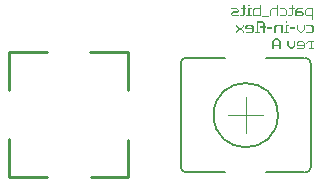
<source format=gbr>
%TF.GenerationSoftware,KiCad,Pcbnew,9.0.3*%
%TF.CreationDate,2025-07-19T03:53:29-07:00*%
%TF.ProjectId,flex-cv-in,666c6578-2d63-4762-9d69-6e2e6b696361,rev?*%
%TF.SameCoordinates,Original*%
%TF.FileFunction,Legend,Bot*%
%TF.FilePolarity,Positive*%
%FSLAX46Y46*%
G04 Gerber Fmt 4.6, Leading zero omitted, Abs format (unit mm)*
G04 Created by KiCad (PCBNEW 9.0.3) date 2025-07-19 03:53:29*
%MOMM*%
%LPD*%
G01*
G04 APERTURE LIST*
%ADD10C,0.150000*%
%ADD11C,0.254000*%
%ADD12C,0.127000*%
%ADD13C,0.120000*%
G04 APERTURE END LIST*
D10*
G36*
X131717934Y-61911367D02*
G01*
X131605949Y-61911367D01*
X131605949Y-61630000D01*
X131159778Y-61630000D01*
X131018422Y-61488705D01*
X131018422Y-61117944D01*
X131130408Y-61117944D01*
X131130408Y-61442543D01*
X131208749Y-61520884D01*
X131605949Y-61520884D01*
X131605949Y-61039603D01*
X131208749Y-61039603D01*
X131130408Y-61117944D01*
X131018422Y-61117944D01*
X131018422Y-61071782D01*
X131159778Y-60930488D01*
X131717934Y-60930488D01*
X131717934Y-61911367D01*
G37*
G36*
X130868946Y-61039603D02*
G01*
X130401770Y-61039603D01*
X130323429Y-61118372D01*
X130323429Y-61219672D01*
X130769600Y-61219672D01*
X130910956Y-61360783D01*
X130910956Y-61488888D01*
X130769600Y-61630000D01*
X130211444Y-61630000D01*
X130211444Y-61520884D01*
X130323429Y-61520884D01*
X130720629Y-61520884D01*
X130798970Y-61442909D01*
X130798970Y-61406762D01*
X130720629Y-61328787D01*
X130323429Y-61328787D01*
X130323429Y-61520884D01*
X130211444Y-61520884D01*
X130211444Y-61071966D01*
X130352800Y-60930488D01*
X130868946Y-60930488D01*
X130868946Y-61039603D01*
G37*
G36*
X129585205Y-61630000D02*
G01*
X129860101Y-61630000D01*
X130001395Y-61488705D01*
X130001395Y-61039603D01*
X130142079Y-61039603D01*
X130142079Y-60930488D01*
X130001395Y-60930488D01*
X130001395Y-60713600D01*
X129889410Y-60713600D01*
X129889410Y-60930488D01*
X129657501Y-60930488D01*
X129657501Y-61039603D01*
X129889410Y-61039603D01*
X129889410Y-61442543D01*
X129811191Y-61520884D01*
X129585205Y-61520884D01*
X129585205Y-61630000D01*
G37*
G36*
X128865177Y-61630000D02*
G01*
X129352991Y-61630000D01*
X129494347Y-61488705D01*
X129494347Y-61071782D01*
X129352991Y-60930488D01*
X128865177Y-60930488D01*
X128865177Y-61039603D01*
X129304082Y-61039603D01*
X129382362Y-61117944D01*
X129382362Y-61442543D01*
X129304082Y-61520884D01*
X128865177Y-61520884D01*
X128865177Y-61630000D01*
G37*
G36*
X128040614Y-61630000D02*
G01*
X128152599Y-61630000D01*
X128152599Y-61117944D01*
X128230940Y-61039603D01*
X128628140Y-61039603D01*
X128628140Y-61630000D01*
X128740125Y-61630000D01*
X128740125Y-60649120D01*
X128628140Y-60649120D01*
X128628140Y-60930488D01*
X128181969Y-60930488D01*
X128040614Y-61071782D01*
X128040614Y-61630000D01*
G37*
G36*
X127366503Y-61684710D02*
G01*
X127968318Y-61684710D01*
X127968318Y-61575594D01*
X127366503Y-61575594D01*
X127366503Y-61684710D01*
G37*
G36*
X127284438Y-61630000D02*
G01*
X126726282Y-61630000D01*
X126584926Y-61488705D01*
X126584926Y-61117944D01*
X126696912Y-61117944D01*
X126696912Y-61442543D01*
X126775252Y-61520884D01*
X127172452Y-61520884D01*
X127172452Y-61039603D01*
X126775252Y-61039603D01*
X126696912Y-61117944D01*
X126584926Y-61117944D01*
X126584926Y-61071782D01*
X126726282Y-60930488D01*
X127172452Y-60930488D01*
X127172452Y-60649120D01*
X127284438Y-60649120D01*
X127284438Y-61630000D01*
G37*
G36*
X126043684Y-61630000D02*
G01*
X126493091Y-61630000D01*
X126493091Y-61520884D01*
X126325052Y-61520884D01*
X126325052Y-61039603D01*
X126493091Y-61039603D01*
X126493091Y-60930488D01*
X126213066Y-60930488D01*
X126213066Y-61520884D01*
X126043684Y-61520884D01*
X126043684Y-61630000D01*
G37*
G36*
X126213066Y-60762449D02*
G01*
X126325052Y-60762449D01*
X126325052Y-60649120D01*
X126213066Y-60649120D01*
X126213066Y-60762449D01*
G37*
G36*
X125487787Y-61630000D02*
G01*
X125762683Y-61630000D01*
X125903977Y-61488705D01*
X125903977Y-61039603D01*
X126044661Y-61039603D01*
X126044661Y-60930488D01*
X125903977Y-60930488D01*
X125903977Y-60713600D01*
X125791992Y-60713600D01*
X125791992Y-60930488D01*
X125560083Y-60930488D01*
X125560083Y-61039603D01*
X125791992Y-61039603D01*
X125791992Y-61442543D01*
X125713773Y-61520884D01*
X125487787Y-61520884D01*
X125487787Y-61630000D01*
G37*
G36*
X124879195Y-61630000D02*
G01*
X125402486Y-61630000D01*
X125402486Y-61520884D01*
X124928166Y-61520884D01*
X124849825Y-61441749D01*
X124849825Y-61412135D01*
X124928166Y-61333000D01*
X125275113Y-61333000D01*
X125416468Y-61192011D01*
X125416468Y-61071477D01*
X125275113Y-60930488D01*
X124765867Y-60930488D01*
X124765867Y-61039603D01*
X125226142Y-61039603D01*
X125304483Y-61117212D01*
X125304483Y-61146277D01*
X125226142Y-61223885D01*
X124879195Y-61223885D01*
X124737840Y-61365484D01*
X124737840Y-61488400D01*
X124879195Y-61630000D01*
G37*
G36*
X131338869Y-64430000D02*
G01*
X131772644Y-64430000D01*
X131772644Y-64320884D01*
X131631960Y-64320884D01*
X131631960Y-63839603D01*
X131772644Y-63839603D01*
X131772644Y-63730488D01*
X131237997Y-63730488D01*
X131096580Y-63871782D01*
X131096580Y-63996285D01*
X131208565Y-63996285D01*
X131208565Y-63917944D01*
X131287028Y-63839603D01*
X131519975Y-63839603D01*
X131519975Y-64320884D01*
X131338869Y-64320884D01*
X131338869Y-64430000D01*
G37*
G36*
X131012561Y-63871477D02*
G01*
X131012561Y-64288400D01*
X130871205Y-64430000D01*
X130355059Y-64430000D01*
X130355059Y-64320884D01*
X130822234Y-64320884D01*
X130900575Y-64241749D01*
X130900575Y-64133000D01*
X130313049Y-64133000D01*
X130313049Y-63917212D01*
X130425034Y-63917212D01*
X130425034Y-64023885D01*
X130900575Y-64023885D01*
X130900575Y-63917212D01*
X130822234Y-63839603D01*
X130503375Y-63839603D01*
X130425034Y-63917212D01*
X130313049Y-63917212D01*
X130313049Y-63871477D01*
X130454405Y-63730488D01*
X130871205Y-63730488D01*
X131012561Y-63871477D01*
G37*
G36*
X129509002Y-63730488D02*
G01*
X129509002Y-64147411D01*
X129791652Y-64430000D01*
X129925863Y-64430000D01*
X130208513Y-64147411D01*
X130208513Y-63730488D01*
X130096528Y-63730488D01*
X130096528Y-64101249D01*
X129876953Y-64320884D01*
X129840561Y-64320884D01*
X129620987Y-64101249D01*
X129620987Y-63730488D01*
X129509002Y-63730488D01*
G37*
G36*
X128950174Y-63732564D02*
G01*
X128950174Y-64430000D01*
X128838189Y-64430000D01*
X128838189Y-64132695D01*
X128362648Y-64132695D01*
X128362648Y-64430000D01*
X128250662Y-64430000D01*
X128250662Y-63778970D01*
X128362648Y-63778970D01*
X128362648Y-64023579D01*
X128838189Y-64023579D01*
X128838189Y-63778970D01*
X128618614Y-63558236D01*
X128582222Y-63558236D01*
X128362648Y-63778970D01*
X128250662Y-63778970D01*
X128250662Y-63732564D01*
X128533312Y-63449120D01*
X128667524Y-63449120D01*
X128950174Y-63732564D01*
G37*
G36*
X131108304Y-63030000D02*
G01*
X131596118Y-63030000D01*
X131737473Y-62888705D01*
X131737473Y-62471782D01*
X131596118Y-62330488D01*
X131108304Y-62330488D01*
X131108304Y-62439603D01*
X131547208Y-62439603D01*
X131625488Y-62517944D01*
X131625488Y-62842543D01*
X131547208Y-62920884D01*
X131108304Y-62920884D01*
X131108304Y-63030000D01*
G37*
G36*
X130311095Y-62330488D02*
G01*
X130311095Y-62747411D01*
X130593745Y-63030000D01*
X130727957Y-63030000D01*
X131010607Y-62747411D01*
X131010607Y-62330488D01*
X130898621Y-62330488D01*
X130898621Y-62701249D01*
X130679047Y-62920884D01*
X130642655Y-62920884D01*
X130423080Y-62701249D01*
X130423080Y-62330488D01*
X130311095Y-62330488D01*
G37*
G36*
X129745429Y-62666566D02*
G01*
X130163572Y-62666566D01*
X130163572Y-62557451D01*
X129745429Y-62557451D01*
X129745429Y-62666566D01*
G37*
G36*
X129229588Y-63030000D02*
G01*
X129678995Y-63030000D01*
X129678995Y-62920884D01*
X129510956Y-62920884D01*
X129510956Y-62439603D01*
X129678995Y-62439603D01*
X129678995Y-62330488D01*
X129398970Y-62330488D01*
X129398970Y-62920884D01*
X129229588Y-62920884D01*
X129229588Y-63030000D01*
G37*
G36*
X129398970Y-62162449D02*
G01*
X129510956Y-62162449D01*
X129510956Y-62049120D01*
X129398970Y-62049120D01*
X129398970Y-62162449D01*
G37*
G36*
X128421632Y-63030000D02*
G01*
X128533618Y-63030000D01*
X128533618Y-62517944D01*
X128611959Y-62439603D01*
X129009159Y-62439603D01*
X129009159Y-63030000D01*
X129121144Y-63030000D01*
X129121144Y-62330488D01*
X128562988Y-62330488D01*
X128421632Y-62471782D01*
X128421632Y-63030000D01*
G37*
G36*
X127841311Y-62666566D02*
G01*
X128259455Y-62666566D01*
X128259455Y-62557451D01*
X127841311Y-62557451D01*
X127841311Y-62666566D01*
G37*
G36*
X126751011Y-63030000D02*
G01*
X127200418Y-63030000D01*
X127200418Y-62920884D01*
X127031036Y-62920884D01*
X127031036Y-62158236D01*
X127409490Y-62158236D01*
X127487037Y-62237187D01*
X127487037Y-62486803D01*
X127184787Y-62486803D01*
X127184787Y-62595919D01*
X127487037Y-62595919D01*
X127487037Y-63030000D01*
X127599023Y-63030000D01*
X127599023Y-62595919D01*
X127739706Y-62595919D01*
X127739706Y-62486803D01*
X127599023Y-62486803D01*
X127599023Y-62190659D01*
X127457972Y-62049120D01*
X126919050Y-62049120D01*
X126919050Y-62920884D01*
X126751011Y-62920884D01*
X126751011Y-63030000D01*
G37*
G36*
X126661130Y-62471477D02*
G01*
X126661130Y-62888400D01*
X126519774Y-63030000D01*
X126003628Y-63030000D01*
X126003628Y-62920884D01*
X126470804Y-62920884D01*
X126549145Y-62841749D01*
X126549145Y-62733000D01*
X125961618Y-62733000D01*
X125961618Y-62517212D01*
X126073604Y-62517212D01*
X126073604Y-62623885D01*
X126549145Y-62623885D01*
X126549145Y-62517212D01*
X126470804Y-62439603D01*
X126151945Y-62439603D01*
X126073604Y-62517212D01*
X125961618Y-62517212D01*
X125961618Y-62471477D01*
X126102974Y-62330488D01*
X126519774Y-62330488D01*
X126661130Y-62471477D01*
G37*
G36*
X125169295Y-62897254D02*
G01*
X125169295Y-63030000D01*
X125281280Y-63030000D01*
X125281280Y-62943843D01*
X125478506Y-62744724D01*
X125559595Y-62744724D01*
X125756821Y-62943843D01*
X125756821Y-63030000D01*
X125868806Y-63030000D01*
X125868806Y-62897254D01*
X125650514Y-62678290D01*
X125868806Y-62461402D01*
X125868806Y-62330488D01*
X125756821Y-62330488D01*
X125756821Y-62415484D01*
X125559595Y-62611856D01*
X125478506Y-62611856D01*
X125281280Y-62412676D01*
X125281280Y-62330488D01*
X125169295Y-62330488D01*
X125169295Y-62461402D01*
X125387587Y-62678290D01*
X125169295Y-62897254D01*
G37*
D11*
%TO.C,J1*%
X105970800Y-75223000D02*
X105970800Y-72048000D01*
X105996200Y-64682000D02*
X109171200Y-64682000D01*
X105996200Y-67857000D02*
X105996200Y-64682000D01*
X109145800Y-75223000D02*
X105970800Y-75223000D01*
X112854200Y-64682000D02*
X116029200Y-64682000D01*
X116029200Y-64682000D02*
X116029200Y-67857000D01*
X116054600Y-72073400D02*
X116054600Y-75248400D01*
X116054600Y-75248400D02*
X112879600Y-75248400D01*
D12*
%TO.C,RV2*%
X120500000Y-74410000D02*
X120500000Y-65590000D01*
X124272800Y-65150000D02*
X120940000Y-65150000D01*
X124272800Y-74850000D02*
X120940000Y-74850000D01*
D13*
X124500000Y-70000000D02*
X127500000Y-70000000D01*
X126000000Y-71500000D02*
X126000000Y-68500000D01*
D12*
X130950000Y-65150000D02*
X127676400Y-65150000D01*
X130950000Y-74850000D02*
X127676400Y-74850000D01*
X131500000Y-65590000D02*
X131500000Y-74410000D01*
X120500000Y-65590000D02*
G75*
G02*
X120949982Y-65150113I440000J0D01*
G01*
X120940000Y-74850000D02*
G75*
G02*
X120500112Y-74400018I-2J439999D01*
G01*
D10*
X128717919Y-70000000D02*
G75*
G02*
X123282081Y-70000000I-2717919J0D01*
G01*
X123282081Y-70000000D02*
G75*
G02*
X128717919Y-70000000I2717919J0D01*
G01*
D12*
X131060000Y-65150000D02*
G75*
G02*
X131499887Y-65599982I0J-440000D01*
G01*
X131500000Y-74410000D02*
G75*
G02*
X131050018Y-74849888I-439999J-2D01*
G01*
%TD*%
%LPC*%
G36*
X126322013Y-73060758D02*
G01*
X126526693Y-73127262D01*
X126718450Y-73224967D01*
X126892561Y-73351466D01*
X127044740Y-73503645D01*
X127171239Y-73677756D01*
X127268944Y-73869513D01*
X127335448Y-74074193D01*
X127369115Y-74286756D01*
X127369115Y-74501970D01*
X127335448Y-74714533D01*
X127268944Y-74919213D01*
X127171239Y-75110970D01*
X127044740Y-75285081D01*
X126892561Y-75437260D01*
X126718450Y-75563759D01*
X126526693Y-75661464D01*
X126322013Y-75727968D01*
X126109450Y-75761635D01*
X125894236Y-75761635D01*
X125681673Y-75727968D01*
X125476993Y-75661464D01*
X125285236Y-75563759D01*
X125111125Y-75437260D01*
X124958946Y-75285081D01*
X124832447Y-75110970D01*
X124734742Y-74919213D01*
X124668238Y-74714533D01*
X124634571Y-74501970D01*
X124634571Y-74286756D01*
X124668238Y-74074193D01*
X124734742Y-73869513D01*
X124832447Y-73677756D01*
X124958946Y-73503645D01*
X125111125Y-73351466D01*
X125285236Y-73224967D01*
X125476993Y-73127262D01*
X125681673Y-73060758D01*
X125894236Y-73027091D01*
X126109450Y-73027091D01*
X126322013Y-73060758D01*
G37*
G36*
X111291214Y-73246997D02*
G01*
X111472905Y-73322257D01*
X111636423Y-73431516D01*
X111775484Y-73570577D01*
X111884743Y-73734095D01*
X111960003Y-73915786D01*
X111998369Y-74108669D01*
X111998369Y-74305331D01*
X111960003Y-74498214D01*
X111884743Y-74679905D01*
X111775484Y-74843423D01*
X111636423Y-74982484D01*
X111472905Y-75091743D01*
X111291214Y-75167003D01*
X111098331Y-75205369D01*
X110901669Y-75205369D01*
X110708786Y-75167003D01*
X110527095Y-75091743D01*
X110363577Y-74982484D01*
X110224516Y-74843423D01*
X110115257Y-74679905D01*
X110039997Y-74498214D01*
X110001631Y-74305331D01*
X110001631Y-74108669D01*
X110039997Y-73915786D01*
X110115257Y-73734095D01*
X110224516Y-73570577D01*
X110363577Y-73431516D01*
X110527095Y-73322257D01*
X110708786Y-73246997D01*
X110901669Y-73208631D01*
X111098331Y-73208631D01*
X111291214Y-73246997D01*
G37*
G36*
X133285024Y-71640926D02*
G01*
X133455215Y-71711422D01*
X133608382Y-71813765D01*
X133738641Y-71944024D01*
X133840984Y-72097191D01*
X133911480Y-72267382D01*
X133947418Y-72448056D01*
X133947418Y-72632270D01*
X133911480Y-72812944D01*
X133840984Y-72983135D01*
X133738641Y-73136302D01*
X133608382Y-73266561D01*
X133455215Y-73368904D01*
X133285024Y-73439400D01*
X133104350Y-73475338D01*
X132920136Y-73475338D01*
X132739462Y-73439400D01*
X132569271Y-73368904D01*
X132416104Y-73266561D01*
X132285845Y-73136302D01*
X132183502Y-72983135D01*
X132113006Y-72812944D01*
X132077068Y-72632270D01*
X132077068Y-72448056D01*
X132113006Y-72267382D01*
X132183502Y-72097191D01*
X132285845Y-71944024D01*
X132416104Y-71813765D01*
X132569271Y-71711422D01*
X132739462Y-71640926D01*
X132920136Y-71604988D01*
X133104350Y-71604988D01*
X133285024Y-71640926D01*
G37*
G36*
X133285024Y-69100926D02*
G01*
X133455215Y-69171422D01*
X133608382Y-69273765D01*
X133738641Y-69404024D01*
X133840984Y-69557191D01*
X133911480Y-69727382D01*
X133947418Y-69908056D01*
X133947418Y-70092270D01*
X133911480Y-70272944D01*
X133840984Y-70443135D01*
X133738641Y-70596302D01*
X133608382Y-70726561D01*
X133455215Y-70828904D01*
X133285024Y-70899400D01*
X133104350Y-70935338D01*
X132920136Y-70935338D01*
X132739462Y-70899400D01*
X132569271Y-70828904D01*
X132416104Y-70726561D01*
X132285845Y-70596302D01*
X132183502Y-70443135D01*
X132113006Y-70272944D01*
X132077068Y-70092270D01*
X132077068Y-69908056D01*
X132113006Y-69727382D01*
X132183502Y-69557191D01*
X132285845Y-69404024D01*
X132416104Y-69273765D01*
X132569271Y-69171422D01*
X132739462Y-69100926D01*
X132920136Y-69064988D01*
X133104350Y-69064988D01*
X133285024Y-69100926D01*
G37*
G36*
X133285024Y-66560926D02*
G01*
X133455215Y-66631422D01*
X133608382Y-66733765D01*
X133738641Y-66864024D01*
X133840984Y-67017191D01*
X133911480Y-67187382D01*
X133947418Y-67368056D01*
X133947418Y-67552270D01*
X133911480Y-67732944D01*
X133840984Y-67903135D01*
X133738641Y-68056302D01*
X133608382Y-68186561D01*
X133455215Y-68288904D01*
X133285024Y-68359400D01*
X133104350Y-68395338D01*
X132920136Y-68395338D01*
X132739462Y-68359400D01*
X132569271Y-68288904D01*
X132416104Y-68186561D01*
X132285845Y-68056302D01*
X132183502Y-67903135D01*
X132113006Y-67732944D01*
X132077068Y-67552270D01*
X132077068Y-67368056D01*
X132113006Y-67187382D01*
X132183502Y-67017191D01*
X132285845Y-66864024D01*
X132416104Y-66733765D01*
X132569271Y-66631422D01*
X132739462Y-66560926D01*
X132920136Y-66524988D01*
X133104350Y-66524988D01*
X133285024Y-66560926D01*
G37*
G36*
X126322013Y-64272358D02*
G01*
X126526693Y-64338862D01*
X126718450Y-64436567D01*
X126892561Y-64563066D01*
X127044740Y-64715245D01*
X127171239Y-64889356D01*
X127268944Y-65081113D01*
X127335448Y-65285793D01*
X127369115Y-65498356D01*
X127369115Y-65713570D01*
X127335448Y-65926133D01*
X127268944Y-66130813D01*
X127171239Y-66322570D01*
X127044740Y-66496681D01*
X126892561Y-66648860D01*
X126718450Y-66775359D01*
X126526693Y-66873064D01*
X126322013Y-66939568D01*
X126109450Y-66973235D01*
X125894236Y-66973235D01*
X125681673Y-66939568D01*
X125476993Y-66873064D01*
X125285236Y-66775359D01*
X125111125Y-66648860D01*
X124958946Y-66496681D01*
X124832447Y-66322570D01*
X124734742Y-66130813D01*
X124668238Y-65926133D01*
X124634571Y-65713570D01*
X124634571Y-65498356D01*
X124668238Y-65285793D01*
X124734742Y-65081113D01*
X124832447Y-64889356D01*
X124958946Y-64715245D01*
X125111125Y-64563066D01*
X125285236Y-64436567D01*
X125476993Y-64338862D01*
X125681673Y-64272358D01*
X125894236Y-64238691D01*
X126109450Y-64238691D01*
X126322013Y-64272358D01*
G37*
G36*
X111291214Y-64687197D02*
G01*
X111472905Y-64762457D01*
X111636423Y-64871716D01*
X111775484Y-65010777D01*
X111884743Y-65174295D01*
X111960003Y-65355986D01*
X111998369Y-65548869D01*
X111998369Y-65745531D01*
X111960003Y-65938414D01*
X111884743Y-66120105D01*
X111775484Y-66283623D01*
X111636423Y-66422684D01*
X111472905Y-66531943D01*
X111291214Y-66607203D01*
X111098331Y-66645569D01*
X110901669Y-66645569D01*
X110708786Y-66607203D01*
X110527095Y-66531943D01*
X110363577Y-66422684D01*
X110224516Y-66283623D01*
X110115257Y-66120105D01*
X110039997Y-65938414D01*
X110001631Y-65745531D01*
X110001631Y-65548869D01*
X110039997Y-65355986D01*
X110115257Y-65174295D01*
X110224516Y-65010777D01*
X110363577Y-64871716D01*
X110527095Y-64762457D01*
X110708786Y-64687197D01*
X110901669Y-64648831D01*
X111098331Y-64648831D01*
X111291214Y-64687197D01*
G37*
G36*
X111291214Y-62274197D02*
G01*
X111472905Y-62349457D01*
X111636423Y-62458716D01*
X111775484Y-62597777D01*
X111884743Y-62761295D01*
X111960003Y-62942986D01*
X111998369Y-63135869D01*
X111998369Y-63332531D01*
X111960003Y-63525414D01*
X111884743Y-63707105D01*
X111775484Y-63870623D01*
X111636423Y-64009684D01*
X111472905Y-64118943D01*
X111291214Y-64194203D01*
X111098331Y-64232569D01*
X110901669Y-64232569D01*
X110708786Y-64194203D01*
X110527095Y-64118943D01*
X110363577Y-64009684D01*
X110224516Y-63870623D01*
X110115257Y-63707105D01*
X110039997Y-63525414D01*
X110001631Y-63332531D01*
X110001631Y-63135869D01*
X110039997Y-62942986D01*
X110115257Y-62761295D01*
X110224516Y-62597777D01*
X110363577Y-62458716D01*
X110527095Y-62349457D01*
X110708786Y-62274197D01*
X110901669Y-62235831D01*
X111098331Y-62235831D01*
X111291214Y-62274197D01*
G37*
G36*
X122784542Y-61114893D02*
G01*
X122796870Y-61123130D01*
X122805107Y-61135458D01*
X122808000Y-61150000D01*
X122808000Y-62850000D01*
X122805107Y-62864542D01*
X122796870Y-62876870D01*
X122784542Y-62885107D01*
X122770000Y-62888000D01*
X121070000Y-62888000D01*
X121055458Y-62885107D01*
X121043130Y-62876870D01*
X121034893Y-62864542D01*
X121032000Y-62850000D01*
X121032000Y-61150000D01*
X121034893Y-61135458D01*
X121043130Y-61123130D01*
X121055458Y-61114893D01*
X121070000Y-61112000D01*
X122770000Y-61112000D01*
X122784542Y-61114893D01*
G37*
G36*
X114557773Y-61150237D02*
G01*
X114718600Y-61216854D01*
X114863341Y-61313567D01*
X114986433Y-61436659D01*
X115083146Y-61581400D01*
X115149763Y-61742227D01*
X115183724Y-61912961D01*
X115183724Y-62087039D01*
X115149763Y-62257773D01*
X115083146Y-62418600D01*
X114986433Y-62563341D01*
X114863341Y-62686433D01*
X114718600Y-62783146D01*
X114557773Y-62849763D01*
X114387039Y-62883724D01*
X114212961Y-62883724D01*
X114042227Y-62849763D01*
X113881400Y-62783146D01*
X113736659Y-62686433D01*
X113613567Y-62563341D01*
X113516854Y-62418600D01*
X113450237Y-62257773D01*
X113416276Y-62087039D01*
X113416276Y-61912961D01*
X113450237Y-61742227D01*
X113516854Y-61581400D01*
X113613567Y-61436659D01*
X113736659Y-61313567D01*
X113881400Y-61216854D01*
X114042227Y-61150237D01*
X114212961Y-61116276D01*
X114387039Y-61116276D01*
X114557773Y-61150237D01*
G37*
G36*
X117097773Y-61150237D02*
G01*
X117258600Y-61216854D01*
X117403341Y-61313567D01*
X117526433Y-61436659D01*
X117623146Y-61581400D01*
X117689763Y-61742227D01*
X117723724Y-61912961D01*
X117723724Y-62087039D01*
X117689763Y-62257773D01*
X117623146Y-62418600D01*
X117526433Y-62563341D01*
X117403341Y-62686433D01*
X117258600Y-62783146D01*
X117097773Y-62849763D01*
X116927039Y-62883724D01*
X116752961Y-62883724D01*
X116582227Y-62849763D01*
X116421400Y-62783146D01*
X116276659Y-62686433D01*
X116153567Y-62563341D01*
X116056854Y-62418600D01*
X115990237Y-62257773D01*
X115956276Y-62087039D01*
X115956276Y-61912961D01*
X115990237Y-61742227D01*
X116056854Y-61581400D01*
X116153567Y-61436659D01*
X116276659Y-61313567D01*
X116421400Y-61216854D01*
X116582227Y-61150237D01*
X116752961Y-61116276D01*
X116927039Y-61116276D01*
X117097773Y-61150237D01*
G37*
G36*
X119637773Y-61150237D02*
G01*
X119798600Y-61216854D01*
X119943341Y-61313567D01*
X120066433Y-61436659D01*
X120163146Y-61581400D01*
X120229763Y-61742227D01*
X120263724Y-61912961D01*
X120263724Y-62087039D01*
X120229763Y-62257773D01*
X120163146Y-62418600D01*
X120066433Y-62563341D01*
X119943341Y-62686433D01*
X119798600Y-62783146D01*
X119637773Y-62849763D01*
X119467039Y-62883724D01*
X119292961Y-62883724D01*
X119122227Y-62849763D01*
X118961400Y-62783146D01*
X118816659Y-62686433D01*
X118693567Y-62563341D01*
X118596854Y-62418600D01*
X118530237Y-62257773D01*
X118496276Y-62087039D01*
X118496276Y-61912961D01*
X118530237Y-61742227D01*
X118596854Y-61581400D01*
X118693567Y-61436659D01*
X118816659Y-61313567D01*
X118961400Y-61216854D01*
X119122227Y-61150237D01*
X119292961Y-61116276D01*
X119467039Y-61116276D01*
X119637773Y-61150237D01*
G37*
%LPD*%
M02*

</source>
